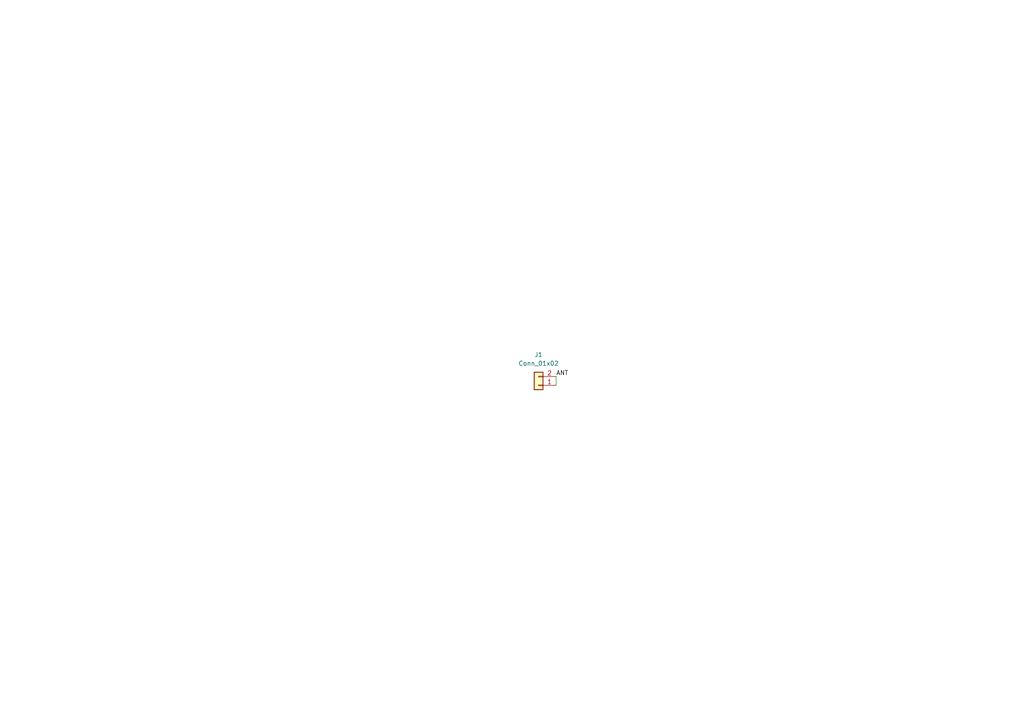
<source format=kicad_sch>
(kicad_sch (version 20250114) (generator "eeschema") (generator_version "9.0")
  (paper "A4")
  (lib_symbols
    (symbol "Connector_Generic:Conn_01x02" (pin_names (offset 1.016) (hide yes))
      (property "Reference" "J" (at 0 2.54 0))
      (property "Value" "Conn_01x02" (at 0 -5.08 0))
      (symbol "Conn_01x02_1_1"
        (rectangle (start -1.27 1.27) (end 1.27 -3.81) (stroke (width 0.254)) (fill (type background)))
        (rectangle (start -1.27 0.127) (end 0 -0.127) (stroke (width 0.1524)))
        (rectangle (start -1.27 -2.413) (end 0 -2.667) (stroke (width 0.1524)))
        (pin passive line (at -5.08 0 0) (length 3.81) (name "Pin_1") (number "1"))
        (pin passive line (at -5.08 -2.54 0) (length 3.81) (name "Pin_2") (number "2"))
      )
    )
  )
  (wire (pts (xy 161.29 109.22) (xy 161.29 111.76)))
  (label "ANT" (at 161.29 109.22 0))
  (symbol (lib_id "Connector_Generic:Conn_01x02") (at 156.21 111.76 180) (unit 1)
    (property "Reference" "J1" (at 156.21 102.87 0))
    (property "Value" "Conn_01x02" (at 156.21 105.41 0))
    (property "Footprint" "RoyalBlue54L-NFC-Antenna_Connector_FPC:0.5mm-2p" (effects (hide yes)))
    (property "Description" "Generic connector, single row, 01x02, script generated (kicad-library-utils/schlib/autogen/connector/)" (effects (hide yes)))
  )
)
</source>
